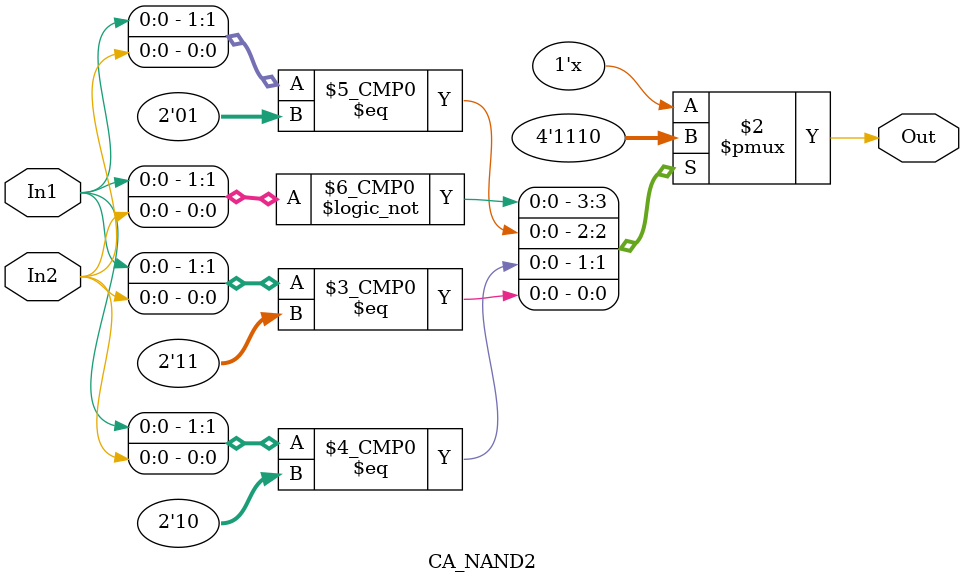
<source format=v>
`timescale 1ns / 1ps
module CA_NAND2(In1,In2,Out
    );
	input In1,In2;
	output Out;
	reg Out;
	
	always @(In1 or In2)
	begin
		case({In1,In2})
			2'b00: Out=1'b1;
			2'b01: Out=1'b1;
			2'b10: Out=1'b1;
			2'b11: Out=1'b0;
		endcase
	end
endmodule

</source>
